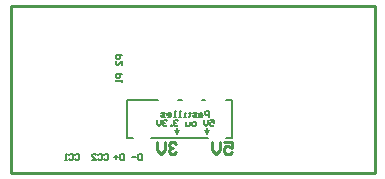
<source format=gbo>
G04*
G04 #@! TF.GenerationSoftware,Altium Limited,Altium Designer,22.9.1 (49)*
G04*
G04 Layer_Color=32896*
%FSLAX25Y25*%
%MOIN*%
G70*
G04*
G04 #@! TF.SameCoordinates,E7B6729E-600D-4C31-B664-834E27CDD885*
G04*
G04*
G04 #@! TF.FilePolarity,Positive*
G04*
G01*
G75*
%ADD12C,0.01000*%
%ADD13C,0.00787*%
%ADD14C,0.00500*%
D12*
X376953Y220618D02*
X376297Y221274D01*
X374985D01*
X374329Y220618D01*
Y219962D01*
X374985Y219306D01*
X375641D01*
X374985D01*
X374329Y218651D01*
Y217994D01*
X374985Y217339D01*
X376297D01*
X376953Y217994D01*
X373017Y221274D02*
Y218651D01*
X371705Y217339D01*
X370393Y218651D01*
Y221274D01*
X392720D02*
X395344D01*
Y219306D01*
X394032Y219962D01*
X393376D01*
X392720Y219306D01*
Y217994D01*
X393376Y217339D01*
X394688D01*
X395344Y217994D01*
X391408Y221274D02*
Y218651D01*
X390096Y217339D01*
X388784Y218651D01*
Y221274D01*
X321700Y210908D02*
Y266782D01*
X442992D01*
Y210908D02*
Y266782D01*
X321700Y210908D02*
X442992D01*
D13*
X360433Y235248D02*
X370866D01*
X360433Y222650D02*
Y235248D01*
Y222650D02*
X362598D01*
X368504D02*
X387402D01*
X393307D02*
X395472D01*
Y235248D01*
X393307D02*
X395472D01*
X385433D02*
X386614D01*
X377559D02*
X378740D01*
D14*
X342992Y217123D02*
X343325Y217456D01*
X343991D01*
X344324Y217123D01*
Y215790D01*
X343991Y215457D01*
X343325D01*
X342992Y215790D01*
X340992Y217123D02*
X341325Y217456D01*
X341992D01*
X342325Y217123D01*
Y215790D01*
X341992Y215457D01*
X341325D01*
X340992Y215790D01*
X340326Y215457D02*
X339659D01*
X339993D01*
Y217456D01*
X340326Y217123D01*
X377005Y225937D02*
Y223938D01*
X387018Y225959D02*
Y223959D01*
X387790Y229677D02*
Y231676D01*
X386790D01*
X386457Y231343D01*
Y230677D01*
X386790Y230343D01*
X387790D01*
X385457Y231010D02*
X384791D01*
X384458Y230677D01*
Y229677D01*
X385457D01*
X385791Y230010D01*
X385457Y230343D01*
X384458D01*
X383791Y229677D02*
X382792D01*
X382458Y230010D01*
X382792Y230343D01*
X383458D01*
X383791Y230677D01*
X383458Y231010D01*
X382458D01*
X381459Y231343D02*
Y231010D01*
X381792D01*
X381125D01*
X381459D01*
Y230010D01*
X381125Y229677D01*
X380126D02*
X379459D01*
X379793D01*
Y231010D01*
X380126D01*
X378460Y229677D02*
X377793D01*
X378127D01*
Y231676D01*
X378460D01*
X376794Y229677D02*
X376127D01*
X376460D01*
Y231676D01*
X376794D01*
X374128Y229677D02*
X374794D01*
X375127Y230010D01*
Y230677D01*
X374794Y231010D01*
X374128D01*
X373795Y230677D01*
Y230343D01*
X375127D01*
X373128Y229677D02*
X372128D01*
X371795Y230010D01*
X372128Y230343D01*
X372795D01*
X373128Y230677D01*
X372795Y231010D01*
X371795D01*
X359637Y217455D02*
Y215456D01*
X358638D01*
X358305Y215789D01*
Y217122D01*
X358638Y217455D01*
X359637D01*
X357638Y216455D02*
X356305D01*
X356972Y217122D02*
Y215789D01*
X365348Y217456D02*
Y215457D01*
X364348D01*
X364015Y215790D01*
Y217123D01*
X364348Y217456D01*
X365348D01*
X363349Y216456D02*
X362016D01*
X352647Y217123D02*
X352981Y217456D01*
X353647D01*
X353980Y217123D01*
Y215790D01*
X353647Y215457D01*
X352981D01*
X352647Y215790D01*
X350648Y217123D02*
X350981Y217456D01*
X351648D01*
X351981Y217123D01*
Y215790D01*
X351648Y215457D01*
X350981D01*
X350648Y215790D01*
X348649Y215457D02*
X349982D01*
X348649Y216790D01*
Y217123D01*
X348982Y217456D01*
X349648D01*
X349982Y217123D01*
X388095Y228728D02*
X389428D01*
Y227729D01*
X388761Y228062D01*
X388428D01*
X388095Y227729D01*
Y227062D01*
X388428Y226729D01*
X389095D01*
X389428Y227062D01*
X387429Y228728D02*
Y227395D01*
X386762Y226729D01*
X386096Y227395D01*
Y228728D01*
X383097Y226729D02*
X382430D01*
X382097Y227062D01*
Y227729D01*
X382430Y228062D01*
X383097D01*
X383430Y227729D01*
Y227062D01*
X383097Y226729D01*
X381431Y228062D02*
Y227062D01*
X381097Y226729D01*
X380098D01*
Y228062D01*
X377432Y228395D02*
X377099Y228728D01*
X376432D01*
X376099Y228395D01*
Y228062D01*
X376432Y227729D01*
X376765D01*
X376432D01*
X376099Y227395D01*
Y227062D01*
X376432Y226729D01*
X377099D01*
X377432Y227062D01*
X375432Y226729D02*
Y227062D01*
X375099D01*
Y226729D01*
X375432D01*
X373766Y228395D02*
X373433Y228728D01*
X372767D01*
X372433Y228395D01*
Y228062D01*
X372767Y227729D01*
X373100D01*
X372767D01*
X372433Y227395D01*
Y227062D01*
X372767Y226729D01*
X373433D01*
X373766Y227062D01*
X371767Y228728D02*
Y227395D01*
X371101Y226729D01*
X370434Y227395D01*
Y228728D01*
X387681Y225289D02*
X387015Y223956D01*
X386348Y225289D01*
X377684D02*
X377018Y223956D01*
X376351Y225289D01*
X358733Y250223D02*
X356733D01*
Y249223D01*
X357066Y248890D01*
X357733D01*
X358066Y249223D01*
Y250223D01*
X358733Y246891D02*
Y248224D01*
X357400Y246891D01*
X357066D01*
X356733Y247224D01*
Y247890D01*
X357066Y248224D01*
X358732Y243924D02*
X356732D01*
Y242924D01*
X357066Y242591D01*
X357732D01*
X358065Y242924D01*
Y243924D01*
X358732Y241925D02*
Y241258D01*
Y241591D01*
X356732D01*
X357066Y241925D01*
M02*

</source>
